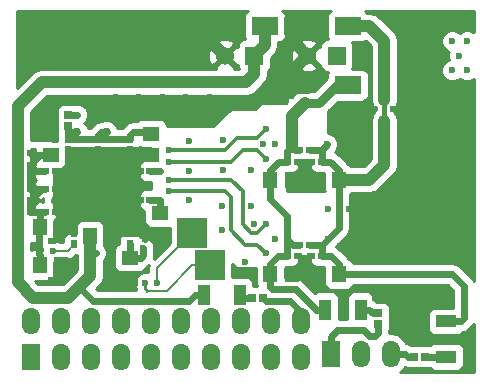
<source format=gbl>
%FSLAX46Y46*%
G04 Gerber Fmt 4.6, Leading zero omitted, Abs format (unit mm)*
G04 Created by KiCad (PCBNEW (2014-10-26 BZR 5226)-product) date Tue 28 Oct 2014 10:56:12 AM EDT*
%MOMM*%
G01*
G04 APERTURE LIST*
%ADD10C,0.100000*%
%ADD11R,1.050000X1.800000*%
%ADD12R,1.524000X1.524000*%
%ADD13C,1.524000*%
%ADD14R,2.300000X1.500000*%
%ADD15R,1.524000X2.286000*%
%ADD16O,1.524000X2.286000*%
%ADD17R,0.650000X0.600000*%
%ADD18R,0.600000X0.650000*%
%ADD19R,1.150000X1.450000*%
%ADD20R,1.450000X1.150000*%
%ADD21R,0.700000X0.650000*%
%ADD22R,0.650000X0.700000*%
%ADD23R,2.500000X2.500000*%
%ADD24R,1.800000X1.050000*%
%ADD25C,0.600000*%
%ADD26C,0.600000*%
%ADD27C,1.000000*%
%ADD28C,0.500000*%
%ADD29C,0.200000*%
%ADD30C,0.250000*%
%ADD31C,0.800000*%
%ADD32C,0.400000*%
%ADD33C,0.300000*%
%ADD34C,0.254000*%
G04 APERTURE END LIST*
D10*
D11*
X165000000Y-92750000D03*
X162000000Y-92750000D03*
D12*
X173249680Y-72500000D03*
D13*
X170750320Y-72500000D03*
D14*
X169850000Y-70000000D03*
X174150000Y-70000000D03*
D15*
X172720000Y-97790000D03*
D16*
X175260000Y-97790000D03*
X177800000Y-97790000D03*
X160020000Y-94996000D03*
X162560000Y-94996000D03*
X165100000Y-94996000D03*
X167640000Y-94996000D03*
X167640000Y-98044000D03*
X165100000Y-98044000D03*
X162560000Y-98044000D03*
X160020000Y-98044000D03*
X170180000Y-98044000D03*
X170180000Y-94996000D03*
X157480000Y-94996000D03*
X157480000Y-98044000D03*
D15*
X147320000Y-98044000D03*
D16*
X149860000Y-98044000D03*
X152400000Y-98044000D03*
X154940000Y-98044000D03*
X154940000Y-94996000D03*
X152400000Y-94996000D03*
X149860000Y-94996000D03*
X147320000Y-94996000D03*
D12*
X166249680Y-72500000D03*
D13*
X163750320Y-72500000D03*
D17*
X148550000Y-85750000D03*
X149450000Y-85750000D03*
X148550000Y-83750000D03*
X149450000Y-83750000D03*
X148550000Y-82250000D03*
X149450000Y-82250000D03*
D18*
X150500000Y-79550000D03*
X150500000Y-80450000D03*
X153000000Y-79550000D03*
X153000000Y-80450000D03*
X155750000Y-79550000D03*
X155750000Y-80450000D03*
D17*
X157450000Y-82250000D03*
X156550000Y-82250000D03*
D18*
X151000000Y-88450000D03*
X151000000Y-87550000D03*
D17*
X157450000Y-84750000D03*
X156550000Y-84750000D03*
D18*
X155750000Y-88450000D03*
X155750000Y-87550000D03*
D19*
X148100000Y-87000000D03*
X149900000Y-87000000D03*
D20*
X149000000Y-80900000D03*
X149000000Y-79100000D03*
X155750000Y-89600000D03*
X155750000Y-91400000D03*
X157500000Y-79100000D03*
X157500000Y-80900000D03*
D19*
X152350000Y-87750000D03*
X154150000Y-87750000D03*
D20*
X158250000Y-85850000D03*
X158250000Y-87650000D03*
D19*
X148100000Y-90250000D03*
X149900000Y-90250000D03*
D17*
X170050000Y-80500000D03*
X170950000Y-80500000D03*
X169050000Y-81500000D03*
X169950000Y-81500000D03*
X171050000Y-81500000D03*
X171950000Y-81500000D03*
D19*
X167600000Y-83000000D03*
X169400000Y-83000000D03*
D17*
X170050000Y-88500000D03*
X170950000Y-88500000D03*
X169050000Y-89500000D03*
X169950000Y-89500000D03*
X171050000Y-89500000D03*
X171950000Y-89500000D03*
D19*
X167600000Y-91000000D03*
X169400000Y-91000000D03*
D21*
X150500000Y-78450000D03*
X150500000Y-77550000D03*
X176750000Y-94300000D03*
X176750000Y-95200000D03*
D22*
X180700000Y-98000000D03*
X179800000Y-98000000D03*
X166050000Y-93000000D03*
X166950000Y-93000000D03*
D23*
X161000000Y-87500000D03*
X162500000Y-90250000D03*
D19*
X171600000Y-83000000D03*
X173400000Y-83000000D03*
X171600000Y-91000000D03*
X173400000Y-91000000D03*
D14*
X167150000Y-70000000D03*
X162850000Y-70000000D03*
X174150000Y-75000000D03*
X169850000Y-75000000D03*
D11*
X175250000Y-94000000D03*
X172250000Y-94000000D03*
D24*
X182500000Y-98000000D03*
X182500000Y-95000000D03*
D25*
X163600000Y-79600000D03*
X167000000Y-80000000D03*
X179000000Y-71000000D03*
X181000000Y-71000000D03*
X181000000Y-70000000D03*
X179000000Y-70000000D03*
X155000000Y-69500000D03*
X152500000Y-69500000D03*
X184000000Y-77500000D03*
X184000000Y-79000000D03*
X184000000Y-80500000D03*
X184000000Y-82000000D03*
X184000000Y-83500000D03*
X184000000Y-85000000D03*
X184000000Y-86500000D03*
X184000000Y-88000000D03*
X184000000Y-89500000D03*
X165500000Y-91000000D03*
X165500000Y-90000000D03*
X149000000Y-88200000D03*
X170500000Y-83750000D03*
X151000000Y-84000000D03*
X153000000Y-82000000D03*
X148000000Y-79000000D03*
X163500000Y-87250000D03*
X166250000Y-86750000D03*
X182500000Y-93000000D03*
X181000000Y-93000000D03*
X179500000Y-93000000D03*
X178000000Y-93000000D03*
X176500000Y-93000000D03*
X182500000Y-77000000D03*
X181000000Y-77000000D03*
X179500000Y-77000000D03*
X178000000Y-77000000D03*
X176500000Y-77000000D03*
X182500000Y-85000000D03*
X181000000Y-85000000D03*
X179500000Y-85000000D03*
X178000000Y-85000000D03*
X176500000Y-85000000D03*
X151000000Y-82000000D03*
X155000000Y-82000000D03*
X153000000Y-84000000D03*
X151000000Y-86000000D03*
X153000000Y-86000000D03*
X155000000Y-86000000D03*
X155000000Y-84000000D03*
X152000000Y-83000000D03*
X154000000Y-83000000D03*
X152000000Y-85000000D03*
X154000000Y-85000000D03*
X157000000Y-88000000D03*
X170500000Y-91400000D03*
X172500000Y-85500000D03*
X174250000Y-85500000D03*
X172750000Y-77500000D03*
X174000000Y-77500000D03*
X175250000Y-77500000D03*
X150250000Y-69500000D03*
X157750000Y-69500000D03*
X149000000Y-91500000D03*
X162500000Y-78000000D03*
X160500000Y-78000000D03*
X162500000Y-76000000D03*
X154500000Y-76000000D03*
X156500000Y-76000000D03*
X158500000Y-76000000D03*
X160500000Y-76000000D03*
X153750000Y-77500000D03*
X152850021Y-89225114D03*
X149200000Y-89000000D03*
X151250000Y-77500000D03*
X183000000Y-71250000D03*
X184250000Y-71250000D03*
X183600000Y-72500000D03*
X183000000Y-73750000D03*
X184250000Y-73750000D03*
X156854438Y-88808537D03*
X158000000Y-91750000D03*
X157000000Y-91750000D03*
X169400000Y-80200000D03*
X169400000Y-80200000D03*
X169250000Y-88250000D03*
X172400000Y-80000000D03*
X172500000Y-88000000D03*
X159000000Y-84000000D03*
X167250000Y-89250000D03*
X159000000Y-83000000D03*
X167250000Y-86750000D03*
X159000000Y-81500000D03*
X167250000Y-81250000D03*
X167250000Y-81250000D03*
X159000000Y-80500000D03*
X167250000Y-78750000D03*
X167250000Y-78750000D03*
X166000000Y-82200000D03*
X163600000Y-82200000D03*
X158250000Y-82250000D03*
X153760729Y-78899998D03*
X151250000Y-78899998D03*
X148000000Y-89250000D03*
X158250000Y-84750000D03*
X163500000Y-85250000D03*
X156500000Y-79000000D03*
X147750000Y-81250000D03*
X147250000Y-81750000D03*
X147250000Y-82750000D03*
X147250000Y-83750000D03*
X147750000Y-84250000D03*
X147250000Y-84750000D03*
X147250000Y-85750000D03*
X147250000Y-80750000D03*
X160700000Y-82248955D03*
X160750000Y-84750000D03*
X160750000Y-79750000D03*
X168000000Y-79999151D03*
X168000000Y-88000846D03*
X166000000Y-85250000D03*
D26*
X149450000Y-82250000D02*
X150750000Y-82250000D01*
X150750000Y-82250000D02*
X151000000Y-82000000D01*
D27*
X170750320Y-72500000D02*
X169850000Y-73400320D01*
X169850000Y-73400320D02*
X169850000Y-75000000D01*
X169850000Y-70000000D02*
X169850000Y-71599680D01*
X169850000Y-71599680D02*
X170750320Y-72500000D01*
X162850000Y-70000000D02*
X162850000Y-71599680D01*
X162850000Y-71599680D02*
X163750320Y-72500000D01*
D28*
X149400000Y-88200000D02*
X149900000Y-87700000D01*
X149900000Y-87700000D02*
X149900000Y-87000000D01*
X149000000Y-88200000D02*
X149400000Y-88200000D01*
D26*
X170500000Y-81500000D02*
X170500000Y-83000000D01*
X170500000Y-83000000D02*
X170500000Y-83750000D01*
X149450000Y-83750000D02*
X150750000Y-83750000D01*
X150750000Y-83750000D02*
X151000000Y-84000000D01*
X155750000Y-80450000D02*
X155750000Y-81250000D01*
X155750000Y-81250000D02*
X155000000Y-82000000D01*
X153000000Y-80450000D02*
X153000000Y-82000000D01*
X149000000Y-79100000D02*
X148100000Y-79100000D01*
X148100000Y-79100000D02*
X148000000Y-79000000D01*
X156550000Y-82250000D02*
X155250000Y-82250000D01*
X155250000Y-82250000D02*
X155000000Y-82000000D01*
X156550000Y-84750000D02*
X155750000Y-84750000D01*
X155750000Y-84750000D02*
X155000000Y-84000000D01*
X156650000Y-87650000D02*
X156550000Y-87550000D01*
X156550000Y-87550000D02*
X155750000Y-87550000D01*
X158250000Y-87650000D02*
X156650000Y-87650000D01*
X158250000Y-87650000D02*
X157350000Y-87650000D01*
X157350000Y-87650000D02*
X157000000Y-88000000D01*
X155750000Y-87550000D02*
X154350000Y-87550000D01*
X154350000Y-87550000D02*
X154150000Y-87750000D01*
X154500000Y-86000000D02*
X154150000Y-86350000D01*
X154150000Y-86350000D02*
X154150000Y-87750000D01*
X155000000Y-86000000D02*
X154500000Y-86000000D01*
X149900000Y-87000000D02*
X150954187Y-87000000D01*
X151000000Y-86000000D02*
X151000000Y-87550000D01*
X149450000Y-85750000D02*
X150750000Y-85750000D01*
X150750000Y-85750000D02*
X151000000Y-86000000D01*
X149450000Y-83750000D02*
X149450000Y-85750000D01*
X149450000Y-82250000D02*
X149450000Y-83750000D01*
X150500000Y-81750000D02*
X150000000Y-82250000D01*
X150000000Y-82250000D02*
X149450000Y-82250000D01*
X150500000Y-80450000D02*
X150500000Y-81750000D01*
X153000000Y-80450000D02*
X150500000Y-80450000D01*
X155750000Y-80450000D02*
X153000000Y-80450000D01*
X156650000Y-80900000D02*
X156200000Y-80450000D01*
X156200000Y-80450000D02*
X155750000Y-80450000D01*
X157500000Y-80900000D02*
X156650000Y-80900000D01*
X169950000Y-81500000D02*
X170500000Y-81500000D01*
X170500000Y-81500000D02*
X171050000Y-81500000D01*
X169400000Y-83000000D02*
X170500000Y-83000000D01*
X170500000Y-83000000D02*
X171600000Y-83000000D01*
D29*
X170100000Y-91000000D02*
X170500000Y-91400000D01*
X169400000Y-91000000D02*
X170100000Y-91000000D01*
X170900000Y-91000000D02*
X170500000Y-91400000D01*
X171600000Y-91000000D02*
X170900000Y-91000000D01*
X169950000Y-89500000D02*
X170500000Y-90050000D01*
X170500000Y-90050000D02*
X170500000Y-91400000D01*
X171050000Y-89500000D02*
X170500000Y-90050000D01*
D26*
X149900000Y-90250000D02*
X149900000Y-91100000D01*
X149900000Y-91100000D02*
X149500000Y-91500000D01*
X149500000Y-91500000D02*
X149000000Y-91500000D01*
D27*
X167150000Y-70000000D02*
X167150000Y-71599680D01*
X167150000Y-71599680D02*
X166249680Y-72500000D01*
X152350000Y-87750000D02*
X152350000Y-89237173D01*
D26*
X152850021Y-89225114D02*
X152362059Y-89225114D01*
X152362059Y-89225114D02*
X152350000Y-89237173D01*
X153750000Y-93250000D02*
X160750000Y-93250000D01*
X161250000Y-92750000D02*
X160750000Y-93250000D01*
X162000000Y-92750000D02*
X161250000Y-92750000D01*
D27*
X152350000Y-91150000D02*
X152350000Y-89237173D01*
X147500000Y-93000000D02*
X150500000Y-93000000D01*
X146200000Y-91700000D02*
X147500000Y-93000000D01*
X146200000Y-76800000D02*
X146200000Y-91700000D01*
X148250000Y-74750000D02*
X146200000Y-76800000D01*
X165550000Y-74750000D02*
X148250000Y-74750000D01*
X166249680Y-74050320D02*
X165550000Y-74750000D01*
X166249680Y-72500000D02*
X166249680Y-74050320D01*
D26*
X153750000Y-93250000D02*
X152758694Y-93250000D01*
X152758694Y-93250000D02*
X152598674Y-93250000D01*
X152598674Y-93250000D02*
X151431957Y-92083283D01*
D27*
X151416717Y-92083283D02*
X152350000Y-91150000D01*
X150500000Y-93000000D02*
X151416717Y-92083283D01*
D26*
X156854438Y-89395562D02*
X156650000Y-89600000D01*
X156650000Y-89600000D02*
X155750000Y-89600000D01*
X156854438Y-88808537D02*
X156854438Y-89395562D01*
X155750000Y-89600000D02*
X155750000Y-88450000D01*
D29*
X149200000Y-89000000D02*
X150450000Y-89000000D01*
X150450000Y-89000000D02*
X151000000Y-88450000D01*
D26*
X150500000Y-77550000D02*
X151200000Y-77550000D01*
X151200000Y-77550000D02*
X151250000Y-77500000D01*
X176500000Y-96250000D02*
X176750000Y-96000000D01*
X176750000Y-96000000D02*
X176750000Y-95200000D01*
X176000000Y-96250000D02*
X176500000Y-96250000D01*
X175500000Y-95750000D02*
X176000000Y-96250000D01*
X173250000Y-95750000D02*
X175500000Y-95750000D01*
X172720000Y-96280000D02*
X173250000Y-95750000D01*
X172720000Y-97790000D02*
X172720000Y-96280000D01*
D29*
X158000000Y-90500000D02*
X158000000Y-91750000D01*
X161000000Y-87500000D02*
X158000000Y-90500000D01*
X161000000Y-90250000D02*
X158850000Y-92400000D01*
X158850000Y-92400000D02*
X157200000Y-92400000D01*
X162500000Y-90250000D02*
X161000000Y-90250000D01*
D30*
X157000000Y-91750000D02*
X157000000Y-92200000D01*
X157000000Y-92200000D02*
X157200000Y-92400000D01*
D31*
X171750000Y-76500000D02*
X173250000Y-75000000D01*
X173250000Y-75000000D02*
X174150000Y-75000000D01*
X170500000Y-76500000D02*
X171750000Y-76500000D01*
D27*
X169400000Y-77600000D02*
X170500000Y-76500000D01*
X169400000Y-80200000D02*
X169400000Y-77600000D01*
D26*
X169750000Y-92250000D02*
X171500000Y-94000000D01*
X171500000Y-94000000D02*
X172250000Y-94000000D01*
X167750000Y-92250000D02*
X169750000Y-92250000D01*
X167750000Y-92250000D02*
X167600000Y-92100000D01*
X167600000Y-83000000D02*
X167600000Y-82200000D01*
X168300000Y-81500000D02*
X169050000Y-81500000D01*
X167600000Y-82200000D02*
X168300000Y-81500000D01*
X169050000Y-80550000D02*
X169400000Y-80200000D01*
X169050000Y-81500000D02*
X169050000Y-80550000D01*
X169700000Y-80500000D02*
X169400000Y-80200000D01*
X170050000Y-80500000D02*
X169700000Y-80500000D01*
X167600000Y-91000000D02*
X167600000Y-90150000D01*
X168250000Y-89500000D02*
X169050000Y-89500000D01*
X167600000Y-90150000D02*
X168250000Y-89500000D01*
X169050000Y-88450000D02*
X169250000Y-88250000D01*
X169050000Y-89500000D02*
X169050000Y-88450000D01*
X169500000Y-88500000D02*
X169250000Y-88250000D01*
X170050000Y-88500000D02*
X169500000Y-88500000D01*
X169050000Y-88450000D02*
X169050000Y-86050000D01*
X167600000Y-84600000D02*
X167600000Y-83000000D01*
X169050000Y-86050000D02*
X167600000Y-84600000D01*
X167600000Y-92100000D02*
X167600000Y-91000000D01*
D27*
X177250000Y-81750000D02*
X176000000Y-83000000D01*
X176000000Y-83000000D02*
X173400000Y-83000000D01*
X177250000Y-78000000D02*
X177250000Y-81750000D01*
D32*
X177250000Y-77500000D02*
X177250000Y-78000000D01*
X177250000Y-76250000D02*
X177250000Y-77500000D01*
D27*
X177250000Y-71250000D02*
X177250000Y-76250000D01*
X176000000Y-70000000D02*
X177250000Y-71250000D01*
X174150000Y-70000000D02*
X176000000Y-70000000D01*
D26*
X184000000Y-94750000D02*
X183750000Y-95000000D01*
X183750000Y-95000000D02*
X182500000Y-95000000D01*
X184000000Y-92000000D02*
X184000000Y-94750000D01*
X183000000Y-91000000D02*
X184000000Y-92000000D01*
X173400000Y-91000000D02*
X183000000Y-91000000D01*
X173400000Y-83000000D02*
X173400000Y-82200000D01*
X172700000Y-81500000D02*
X171950000Y-81500000D01*
X173400000Y-82200000D02*
X172700000Y-81500000D01*
X171950000Y-80450000D02*
X172400000Y-80000000D01*
X171950000Y-81500000D02*
X171950000Y-80450000D01*
X171900000Y-80500000D02*
X171950000Y-80450000D01*
X170950000Y-80500000D02*
X171900000Y-80500000D01*
X173400000Y-91000000D02*
X173400000Y-90150000D01*
X172750000Y-89500000D02*
X171950000Y-89500000D01*
X173400000Y-90150000D02*
X172750000Y-89500000D01*
X171950000Y-88550000D02*
X172500000Y-88000000D01*
X171950000Y-89500000D02*
X171950000Y-88550000D01*
X171900000Y-88500000D02*
X171950000Y-88550000D01*
X170950000Y-88500000D02*
X171900000Y-88500000D01*
X173400000Y-87100000D02*
X173400000Y-83000000D01*
X172500000Y-88000000D02*
X173400000Y-87100000D01*
X179040000Y-97790000D02*
X179250000Y-98000000D01*
X179250000Y-98000000D02*
X179800000Y-98000000D01*
X177800000Y-97790000D02*
X179040000Y-97790000D01*
X169250000Y-93250000D02*
X170180000Y-94180000D01*
X170180000Y-94180000D02*
X170180000Y-95250000D01*
X167200000Y-93250000D02*
X169250000Y-93250000D01*
X166950000Y-93000000D02*
X167200000Y-93250000D01*
D33*
X165500000Y-88500000D02*
X166500000Y-88500000D01*
X164250000Y-87250000D02*
X165500000Y-88500000D01*
X164250000Y-84500000D02*
X164250000Y-87250000D01*
X163750000Y-84000000D02*
X164250000Y-84500000D01*
X159750000Y-84000000D02*
X159000000Y-84000000D01*
X166500000Y-88500000D02*
X167250000Y-89250000D01*
X163750000Y-84000000D02*
X159750000Y-84000000D01*
X166000000Y-87500000D02*
X166500000Y-87500000D01*
X165250000Y-86750000D02*
X166000000Y-87500000D01*
X165250000Y-84000000D02*
X165250000Y-86750000D01*
X164250000Y-83000000D02*
X165250000Y-84000000D01*
X159750000Y-83000000D02*
X159000000Y-83000000D01*
X166500000Y-87500000D02*
X167250000Y-86750000D01*
X164250000Y-83000000D02*
X159750000Y-83000000D01*
X164250000Y-81500000D02*
X165250000Y-80500000D01*
X165250000Y-80500000D02*
X166500000Y-80500000D01*
X166500000Y-80500000D02*
X167250000Y-81250000D01*
X164250000Y-81500000D02*
X159000000Y-81500000D01*
X163750000Y-80500000D02*
X164750000Y-79500000D01*
X164750000Y-79500000D02*
X166500000Y-79500000D01*
X166500000Y-79500000D02*
X167250000Y-78750000D01*
X163750000Y-80500000D02*
X159000000Y-80500000D01*
D26*
X176300000Y-94300000D02*
X176000000Y-94000000D01*
X176000000Y-94000000D02*
X175250000Y-94000000D01*
X176750000Y-94300000D02*
X176300000Y-94300000D01*
X180700000Y-98000000D02*
X182500000Y-98000000D01*
X166050000Y-93000000D02*
X165250000Y-93000000D01*
X165250000Y-93000000D02*
X165000000Y-92750000D01*
X158250000Y-82250000D02*
X157450000Y-82250000D01*
X150500000Y-78450000D02*
X150500000Y-79550000D01*
X153000000Y-79550000D02*
X150500000Y-79550000D01*
X155750000Y-79550000D02*
X153000000Y-79550000D01*
X155750000Y-79250000D02*
X156000000Y-79000000D01*
X156000000Y-79000000D02*
X156500000Y-79000000D01*
X155750000Y-79550000D02*
X155750000Y-79250000D01*
X153000000Y-79250000D02*
X153250000Y-79000000D01*
X153250000Y-79000000D02*
X153750000Y-79000000D01*
X153000000Y-79550000D02*
X153000000Y-79250000D01*
X151250000Y-79000000D02*
X150517811Y-79000000D01*
X149000000Y-80900000D02*
X148100000Y-80900000D01*
X148100000Y-80900000D02*
X147750000Y-81250000D01*
X147250000Y-80750000D02*
X147750000Y-81250000D01*
X147750000Y-81250000D02*
X147250000Y-81750000D01*
X147750000Y-84250000D02*
X148250000Y-83750000D01*
X148250000Y-83750000D02*
X148550000Y-83750000D01*
X147250000Y-83750000D02*
X147250000Y-82750000D01*
X147250000Y-84750000D02*
X147250000Y-85750000D01*
X147250000Y-83750000D02*
X147750000Y-84250000D01*
X147250000Y-84750000D02*
X147750000Y-84250000D01*
X148100000Y-87000000D02*
X148100000Y-85939500D01*
X148550000Y-85750000D02*
X147250000Y-85750000D01*
X148000000Y-89250000D02*
X148000000Y-87100000D01*
X148000000Y-87100000D02*
X148100000Y-87000000D01*
X148100000Y-90250000D02*
X148100000Y-89350000D01*
X148100000Y-89350000D02*
X148000000Y-89250000D01*
X158250000Y-84750000D02*
X158250000Y-85850000D01*
X157450000Y-84750000D02*
X158250000Y-84750000D01*
X157400000Y-79000000D02*
X157500000Y-79100000D01*
X156500000Y-79000000D02*
X157400000Y-79000000D01*
X147288137Y-82250000D02*
X147250000Y-82211863D01*
X148550000Y-82250000D02*
X147288137Y-82250000D01*
X147250000Y-82211863D02*
X147250000Y-81750000D01*
X147250000Y-82750000D02*
X147250000Y-82211863D01*
D34*
G36*
X151215000Y-90679867D02*
X150614151Y-91280717D01*
X150029868Y-91865000D01*
X147970132Y-91865000D01*
X147715132Y-91610000D01*
X148801309Y-91610000D01*
X149034698Y-91513327D01*
X149213327Y-91334699D01*
X149310000Y-91101310D01*
X149310000Y-90848691D01*
X149310000Y-89935096D01*
X149385167Y-89935162D01*
X149728943Y-89793117D01*
X149787161Y-89735000D01*
X150450000Y-89735000D01*
X150450000Y-89734999D01*
X150731272Y-89679051D01*
X150969723Y-89519723D01*
X151079446Y-89410000D01*
X151215000Y-89410000D01*
X151215000Y-90679867D01*
X151215000Y-90679867D01*
G37*
X151215000Y-90679867D02*
X150614151Y-91280717D01*
X150029868Y-91865000D01*
X147970132Y-91865000D01*
X147715132Y-91610000D01*
X148801309Y-91610000D01*
X149034698Y-91513327D01*
X149213327Y-91334699D01*
X149310000Y-91101310D01*
X149310000Y-90848691D01*
X149310000Y-89935096D01*
X149385167Y-89935162D01*
X149728943Y-89793117D01*
X149787161Y-89735000D01*
X150450000Y-89735000D01*
X150450000Y-89734999D01*
X150731272Y-89679051D01*
X150969723Y-89519723D01*
X151079446Y-89410000D01*
X151215000Y-89410000D01*
X151215000Y-90679867D01*
G36*
X159115000Y-88345553D02*
X157721016Y-89739537D01*
X157789438Y-89395562D01*
X157789438Y-88809353D01*
X157789438Y-88808537D01*
X157789600Y-88623370D01*
X157718265Y-88450728D01*
X157647555Y-88279594D01*
X157515583Y-88147392D01*
X157384765Y-88016345D01*
X157041237Y-87873699D01*
X156669271Y-87873375D01*
X156638379Y-87886139D01*
X156588327Y-87765302D01*
X156409699Y-87586673D01*
X156176310Y-87490000D01*
X155923691Y-87490000D01*
X155323691Y-87490000D01*
X155090302Y-87586673D01*
X154911673Y-87765301D01*
X154815000Y-87998690D01*
X154815000Y-88251309D01*
X154815000Y-88424665D01*
X154665302Y-88486673D01*
X154486673Y-88665301D01*
X154390000Y-88898690D01*
X154390000Y-89151309D01*
X154390000Y-90301309D01*
X154486673Y-90534698D01*
X154665301Y-90713327D01*
X154898690Y-90810000D01*
X155151309Y-90810000D01*
X156601309Y-90810000D01*
X156834698Y-90713327D01*
X157013327Y-90534699D01*
X157056028Y-90431607D01*
X157311145Y-90261145D01*
X157312851Y-90259438D01*
X157265000Y-90500000D01*
X157265000Y-90847634D01*
X157186799Y-90815162D01*
X156814833Y-90814838D01*
X156471057Y-90956883D01*
X156207808Y-91219673D01*
X156065162Y-91563201D01*
X156064838Y-91935167D01*
X156206883Y-92278943D01*
X156242877Y-92315000D01*
X153750000Y-92315000D01*
X152985964Y-92315000D01*
X152888048Y-92217084D01*
X153152566Y-91952567D01*
X153152566Y-91952566D01*
X153398603Y-91584346D01*
X153484999Y-91150000D01*
X153485000Y-91150000D01*
X153485000Y-89912379D01*
X153511166Y-89886259D01*
X153642213Y-89755441D01*
X153713848Y-89582923D01*
X153784859Y-89411913D01*
X153785021Y-89225114D01*
X153785183Y-89039947D01*
X153713848Y-88867305D01*
X153643138Y-88696171D01*
X153556610Y-88609492D01*
X153560000Y-88601310D01*
X153560000Y-88348691D01*
X153560000Y-86898691D01*
X153463327Y-86665302D01*
X153284699Y-86486673D01*
X153051310Y-86390000D01*
X152798691Y-86390000D01*
X151648691Y-86390000D01*
X151415302Y-86486673D01*
X151236673Y-86665301D01*
X151140000Y-86898690D01*
X151140000Y-87151309D01*
X151140000Y-87490000D01*
X150573691Y-87490000D01*
X150340302Y-87586673D01*
X150161673Y-87765301D01*
X150065000Y-87998690D01*
X150065000Y-88251309D01*
X150065000Y-88265000D01*
X149787419Y-88265000D01*
X149730327Y-88207808D01*
X149386799Y-88065162D01*
X149221479Y-88065017D01*
X149310000Y-87851310D01*
X149310000Y-87598691D01*
X149310000Y-86513025D01*
X149413327Y-86409699D01*
X149510000Y-86176310D01*
X149510000Y-85923691D01*
X149510000Y-85323691D01*
X149413327Y-85090302D01*
X149234699Y-84911673D01*
X149135000Y-84870376D01*
X149135000Y-84629623D01*
X149234698Y-84588327D01*
X149413327Y-84409699D01*
X149510000Y-84176310D01*
X149510000Y-83923691D01*
X149510000Y-83323691D01*
X149413327Y-83090302D01*
X149323025Y-82999999D01*
X149413327Y-82909699D01*
X149510000Y-82676310D01*
X149510000Y-82423691D01*
X149510000Y-82110000D01*
X149851309Y-82110000D01*
X150084698Y-82013327D01*
X150263327Y-81834699D01*
X150360000Y-81601310D01*
X150360000Y-81348691D01*
X150360000Y-80510000D01*
X150926309Y-80510000D01*
X150986664Y-80485000D01*
X152513334Y-80485000D01*
X152573690Y-80510000D01*
X152826309Y-80510000D01*
X153426309Y-80510000D01*
X153486664Y-80485000D01*
X155263334Y-80485000D01*
X155323690Y-80510000D01*
X155576309Y-80510000D01*
X156176309Y-80510000D01*
X156409698Y-80413327D01*
X156552760Y-80270264D01*
X156648690Y-80310000D01*
X156901309Y-80310000D01*
X157492000Y-80310000D01*
X157492000Y-81315000D01*
X157450000Y-81315000D01*
X156998691Y-81315000D01*
X156765302Y-81411673D01*
X156586673Y-81590301D01*
X156490000Y-81823690D01*
X156490000Y-82076309D01*
X156490000Y-82676309D01*
X156586673Y-82909698D01*
X156765301Y-83088327D01*
X156998690Y-83185000D01*
X157251309Y-83185000D01*
X157450000Y-83185000D01*
X157492000Y-83185000D01*
X157492000Y-83815000D01*
X157450000Y-83815000D01*
X156998691Y-83815000D01*
X156765302Y-83911673D01*
X156586673Y-84090301D01*
X156490000Y-84323690D01*
X156490000Y-84576309D01*
X156490000Y-85176309D01*
X156586673Y-85409698D01*
X156765301Y-85588327D01*
X156890000Y-85639979D01*
X156890000Y-86551309D01*
X156986673Y-86784698D01*
X157165301Y-86963327D01*
X157398690Y-87060000D01*
X157651309Y-87060000D01*
X159101309Y-87060000D01*
X159115000Y-87054328D01*
X159115000Y-88345553D01*
X159115000Y-88345553D01*
G37*
X159115000Y-88345553D02*
X157721016Y-89739537D01*
X157789438Y-89395562D01*
X157789438Y-88809353D01*
X157789438Y-88808537D01*
X157789600Y-88623370D01*
X157718265Y-88450728D01*
X157647555Y-88279594D01*
X157515583Y-88147392D01*
X157384765Y-88016345D01*
X157041237Y-87873699D01*
X156669271Y-87873375D01*
X156638379Y-87886139D01*
X156588327Y-87765302D01*
X156409699Y-87586673D01*
X156176310Y-87490000D01*
X155923691Y-87490000D01*
X155323691Y-87490000D01*
X155090302Y-87586673D01*
X154911673Y-87765301D01*
X154815000Y-87998690D01*
X154815000Y-88251309D01*
X154815000Y-88424665D01*
X154665302Y-88486673D01*
X154486673Y-88665301D01*
X154390000Y-88898690D01*
X154390000Y-89151309D01*
X154390000Y-90301309D01*
X154486673Y-90534698D01*
X154665301Y-90713327D01*
X154898690Y-90810000D01*
X155151309Y-90810000D01*
X156601309Y-90810000D01*
X156834698Y-90713327D01*
X157013327Y-90534699D01*
X157056028Y-90431607D01*
X157311145Y-90261145D01*
X157312851Y-90259438D01*
X157265000Y-90500000D01*
X157265000Y-90847634D01*
X157186799Y-90815162D01*
X156814833Y-90814838D01*
X156471057Y-90956883D01*
X156207808Y-91219673D01*
X156065162Y-91563201D01*
X156064838Y-91935167D01*
X156206883Y-92278943D01*
X156242877Y-92315000D01*
X153750000Y-92315000D01*
X152985964Y-92315000D01*
X152888048Y-92217084D01*
X153152566Y-91952567D01*
X153152566Y-91952566D01*
X153398603Y-91584346D01*
X153484999Y-91150000D01*
X153485000Y-91150000D01*
X153485000Y-89912379D01*
X153511166Y-89886259D01*
X153642213Y-89755441D01*
X153713848Y-89582923D01*
X153784859Y-89411913D01*
X153785021Y-89225114D01*
X153785183Y-89039947D01*
X153713848Y-88867305D01*
X153643138Y-88696171D01*
X153556610Y-88609492D01*
X153560000Y-88601310D01*
X153560000Y-88348691D01*
X153560000Y-86898691D01*
X153463327Y-86665302D01*
X153284699Y-86486673D01*
X153051310Y-86390000D01*
X152798691Y-86390000D01*
X151648691Y-86390000D01*
X151415302Y-86486673D01*
X151236673Y-86665301D01*
X151140000Y-86898690D01*
X151140000Y-87151309D01*
X151140000Y-87490000D01*
X150573691Y-87490000D01*
X150340302Y-87586673D01*
X150161673Y-87765301D01*
X150065000Y-87998690D01*
X150065000Y-88251309D01*
X150065000Y-88265000D01*
X149787419Y-88265000D01*
X149730327Y-88207808D01*
X149386799Y-88065162D01*
X149221479Y-88065017D01*
X149310000Y-87851310D01*
X149310000Y-87598691D01*
X149310000Y-86513025D01*
X149413327Y-86409699D01*
X149510000Y-86176310D01*
X149510000Y-85923691D01*
X149510000Y-85323691D01*
X149413327Y-85090302D01*
X149234699Y-84911673D01*
X149135000Y-84870376D01*
X149135000Y-84629623D01*
X149234698Y-84588327D01*
X149413327Y-84409699D01*
X149510000Y-84176310D01*
X149510000Y-83923691D01*
X149510000Y-83323691D01*
X149413327Y-83090302D01*
X149323025Y-82999999D01*
X149413327Y-82909699D01*
X149510000Y-82676310D01*
X149510000Y-82423691D01*
X149510000Y-82110000D01*
X149851309Y-82110000D01*
X150084698Y-82013327D01*
X150263327Y-81834699D01*
X150360000Y-81601310D01*
X150360000Y-81348691D01*
X150360000Y-80510000D01*
X150926309Y-80510000D01*
X150986664Y-80485000D01*
X152513334Y-80485000D01*
X152573690Y-80510000D01*
X152826309Y-80510000D01*
X153426309Y-80510000D01*
X153486664Y-80485000D01*
X155263334Y-80485000D01*
X155323690Y-80510000D01*
X155576309Y-80510000D01*
X156176309Y-80510000D01*
X156409698Y-80413327D01*
X156552760Y-80270264D01*
X156648690Y-80310000D01*
X156901309Y-80310000D01*
X157492000Y-80310000D01*
X157492000Y-81315000D01*
X157450000Y-81315000D01*
X156998691Y-81315000D01*
X156765302Y-81411673D01*
X156586673Y-81590301D01*
X156490000Y-81823690D01*
X156490000Y-82076309D01*
X156490000Y-82676309D01*
X156586673Y-82909698D01*
X156765301Y-83088327D01*
X156998690Y-83185000D01*
X157251309Y-83185000D01*
X157450000Y-83185000D01*
X157492000Y-83185000D01*
X157492000Y-83815000D01*
X157450000Y-83815000D01*
X156998691Y-83815000D01*
X156765302Y-83911673D01*
X156586673Y-84090301D01*
X156490000Y-84323690D01*
X156490000Y-84576309D01*
X156490000Y-85176309D01*
X156586673Y-85409698D01*
X156765301Y-85588327D01*
X156890000Y-85639979D01*
X156890000Y-86551309D01*
X156986673Y-86784698D01*
X157165301Y-86963327D01*
X157398690Y-87060000D01*
X157651309Y-87060000D01*
X159101309Y-87060000D01*
X159115000Y-87054328D01*
X159115000Y-88345553D01*
G36*
X165704696Y-68685000D02*
X165640302Y-68711673D01*
X165461673Y-68890301D01*
X165365000Y-69123690D01*
X165365000Y-69376309D01*
X165365000Y-70876309D01*
X165458898Y-71103000D01*
X165361371Y-71103000D01*
X165127982Y-71199673D01*
X164949353Y-71378301D01*
X164852680Y-71611690D01*
X164852680Y-71734427D01*
X164730533Y-71699392D01*
X164550928Y-71878997D01*
X164550928Y-71519787D01*
X164481463Y-71277603D01*
X163958018Y-71090856D01*
X163402952Y-71118638D01*
X163019177Y-71277603D01*
X162949712Y-71519787D01*
X163750320Y-72320395D01*
X164550928Y-71519787D01*
X164550928Y-71878997D01*
X163929925Y-72500000D01*
X164730533Y-73300608D01*
X164852680Y-73265572D01*
X164852680Y-73388309D01*
X164946578Y-73615000D01*
X164512267Y-73615000D01*
X164550928Y-73480213D01*
X163750320Y-72679605D01*
X163570715Y-72859210D01*
X163570715Y-72500000D01*
X162770107Y-71699392D01*
X162527923Y-71768857D01*
X162341176Y-72292302D01*
X162368958Y-72847368D01*
X162527923Y-73231143D01*
X162770107Y-73300608D01*
X163570715Y-72500000D01*
X163570715Y-72859210D01*
X162949712Y-73480213D01*
X162988372Y-73615000D01*
X148250000Y-73615000D01*
X147815654Y-73701397D01*
X147447434Y-73947434D01*
X146185000Y-75209868D01*
X146185000Y-68685000D01*
X165704696Y-68685000D01*
X165704696Y-68685000D01*
G37*
X165704696Y-68685000D02*
X165640302Y-68711673D01*
X165461673Y-68890301D01*
X165365000Y-69123690D01*
X165365000Y-69376309D01*
X165365000Y-70876309D01*
X165458898Y-71103000D01*
X165361371Y-71103000D01*
X165127982Y-71199673D01*
X164949353Y-71378301D01*
X164852680Y-71611690D01*
X164852680Y-71734427D01*
X164730533Y-71699392D01*
X164550928Y-71878997D01*
X164550928Y-71519787D01*
X164481463Y-71277603D01*
X163958018Y-71090856D01*
X163402952Y-71118638D01*
X163019177Y-71277603D01*
X162949712Y-71519787D01*
X163750320Y-72320395D01*
X164550928Y-71519787D01*
X164550928Y-71878997D01*
X163929925Y-72500000D01*
X164730533Y-73300608D01*
X164852680Y-73265572D01*
X164852680Y-73388309D01*
X164946578Y-73615000D01*
X164512267Y-73615000D01*
X164550928Y-73480213D01*
X163750320Y-72679605D01*
X163570715Y-72859210D01*
X163570715Y-72500000D01*
X162770107Y-71699392D01*
X162527923Y-71768857D01*
X162341176Y-72292302D01*
X162368958Y-72847368D01*
X162527923Y-73231143D01*
X162770107Y-73300608D01*
X163570715Y-72500000D01*
X163570715Y-72859210D01*
X162949712Y-73480213D01*
X162988372Y-73615000D01*
X148250000Y-73615000D01*
X147815654Y-73701397D01*
X147447434Y-73947434D01*
X146185000Y-75209868D01*
X146185000Y-68685000D01*
X165704696Y-68685000D01*
G36*
X166457803Y-92015000D02*
X166248691Y-92015000D01*
X166160000Y-92015000D01*
X166160000Y-91723691D01*
X166063327Y-91490302D01*
X165884699Y-91311673D01*
X165651310Y-91215000D01*
X165398691Y-91215000D01*
X164385000Y-91215000D01*
X164385000Y-90103420D01*
X164789580Y-90508000D01*
X166390000Y-90508000D01*
X166390000Y-91851309D01*
X166457803Y-92015000D01*
X166457803Y-92015000D01*
G37*
X166457803Y-92015000D02*
X166248691Y-92015000D01*
X166160000Y-92015000D01*
X166160000Y-91723691D01*
X166063327Y-91490302D01*
X165884699Y-91311673D01*
X165651310Y-91215000D01*
X165398691Y-91215000D01*
X164385000Y-91215000D01*
X164385000Y-90103420D01*
X164789580Y-90508000D01*
X166390000Y-90508000D01*
X166390000Y-91851309D01*
X166457803Y-92015000D01*
G36*
X172248276Y-83992000D02*
X169008000Y-83992000D01*
X169008000Y-83000000D01*
X169008000Y-82435000D01*
X169050000Y-82435000D01*
X169501309Y-82435000D01*
X169734698Y-82338327D01*
X169913327Y-82159699D01*
X170010000Y-81926310D01*
X170010000Y-81673691D01*
X170010000Y-81435000D01*
X170050000Y-81435000D01*
X170498690Y-81435000D01*
X170501309Y-81435000D01*
X170751309Y-81435000D01*
X170950000Y-81435000D01*
X170990000Y-81435000D01*
X170990000Y-81926309D01*
X171086673Y-82159698D01*
X171265301Y-82338327D01*
X171498690Y-82435000D01*
X171751309Y-82435000D01*
X171950000Y-82435000D01*
X172190000Y-82435000D01*
X172190000Y-83851309D01*
X172248276Y-83992000D01*
X172248276Y-83992000D01*
G37*
X172248276Y-83992000D02*
X169008000Y-83992000D01*
X169008000Y-83000000D01*
X169008000Y-82435000D01*
X169050000Y-82435000D01*
X169501309Y-82435000D01*
X169734698Y-82338327D01*
X169913327Y-82159699D01*
X170010000Y-81926310D01*
X170010000Y-81673691D01*
X170010000Y-81435000D01*
X170050000Y-81435000D01*
X170498690Y-81435000D01*
X170501309Y-81435000D01*
X170751309Y-81435000D01*
X170950000Y-81435000D01*
X170990000Y-81435000D01*
X170990000Y-81926309D01*
X171086673Y-82159698D01*
X171265301Y-82338327D01*
X171498690Y-82435000D01*
X171751309Y-82435000D01*
X171950000Y-82435000D01*
X172190000Y-82435000D01*
X172190000Y-83851309D01*
X172248276Y-83992000D01*
G36*
X172704696Y-68685000D02*
X172640302Y-68711673D01*
X172461673Y-68890301D01*
X172365000Y-69123690D01*
X172365000Y-69376309D01*
X172365000Y-70876309D01*
X172458898Y-71103000D01*
X172361371Y-71103000D01*
X172127982Y-71199673D01*
X171949353Y-71378301D01*
X171852680Y-71611690D01*
X171852680Y-71734427D01*
X171730533Y-71699392D01*
X171550928Y-71878997D01*
X171550928Y-71519787D01*
X171481463Y-71277603D01*
X170958018Y-71090856D01*
X170402952Y-71118638D01*
X170019177Y-71277603D01*
X169949712Y-71519787D01*
X170750320Y-72320395D01*
X171550928Y-71519787D01*
X171550928Y-71878997D01*
X170929925Y-72500000D01*
X171730533Y-73300608D01*
X171852680Y-73265572D01*
X171852680Y-73388309D01*
X171949353Y-73621698D01*
X172127981Y-73800327D01*
X172361370Y-73897000D01*
X172458898Y-73897000D01*
X172365000Y-74123690D01*
X172365000Y-74376309D01*
X172365000Y-74421288D01*
X171550928Y-75235360D01*
X171550928Y-73480213D01*
X170750320Y-72679605D01*
X170570715Y-72859210D01*
X170570715Y-72500000D01*
X169770107Y-71699392D01*
X169527923Y-71768857D01*
X169341176Y-72292302D01*
X169368958Y-72847368D01*
X169527923Y-73231143D01*
X169770107Y-73300608D01*
X170570715Y-72500000D01*
X170570715Y-72859210D01*
X169949712Y-73480213D01*
X170019177Y-73722397D01*
X170542622Y-73909144D01*
X171097688Y-73881362D01*
X171481463Y-73722397D01*
X171550928Y-73480213D01*
X171550928Y-75235360D01*
X171321288Y-75465000D01*
X170954703Y-75465000D01*
X170934345Y-75451397D01*
X170500000Y-75365000D01*
X170065655Y-75451397D01*
X169697434Y-75697434D01*
X169402868Y-75992000D01*
X168992000Y-75992000D01*
X168992000Y-76402868D01*
X168902868Y-76492000D01*
X166789580Y-76492000D01*
X166289580Y-76992000D01*
X164289580Y-76992000D01*
X162789580Y-78492000D01*
X158860000Y-78492000D01*
X158860000Y-78398691D01*
X158763327Y-78165302D01*
X158584699Y-77986673D01*
X158351310Y-77890000D01*
X158098691Y-77890000D01*
X156648691Y-77890000D01*
X156415302Y-77986673D01*
X156337117Y-78064857D01*
X156314833Y-78064838D01*
X156314440Y-78065000D01*
X156000000Y-78065000D01*
X155642191Y-78136173D01*
X155338855Y-78338855D01*
X155088855Y-78588855D01*
X155071385Y-78615000D01*
X154654641Y-78615000D01*
X154553846Y-78371055D01*
X154291056Y-78107806D01*
X153947528Y-77965160D01*
X153575562Y-77964836D01*
X153333146Y-78065000D01*
X153250000Y-78065000D01*
X152892191Y-78136173D01*
X152588855Y-78338855D01*
X152338855Y-78588855D01*
X152321385Y-78615000D01*
X152143912Y-78615000D01*
X152043117Y-78371055D01*
X151872325Y-78199964D01*
X151910854Y-78161435D01*
X151911145Y-78161145D01*
X152042192Y-78030327D01*
X152113827Y-77857809D01*
X152184838Y-77686799D01*
X152185000Y-77500000D01*
X152185162Y-77314833D01*
X152113827Y-77142191D01*
X152043117Y-76971057D01*
X151911145Y-76838855D01*
X151780327Y-76707808D01*
X151436799Y-76565162D01*
X151064833Y-76564838D01*
X150990105Y-76595714D01*
X150976310Y-76590000D01*
X150723691Y-76590000D01*
X150023691Y-76590000D01*
X149790302Y-76686673D01*
X149611673Y-76865301D01*
X149515000Y-77098690D01*
X149515000Y-77351309D01*
X149515000Y-77998690D01*
X149515000Y-78001309D01*
X149515000Y-78251309D01*
X149515000Y-78901309D01*
X149565000Y-79022019D01*
X149565000Y-79098690D01*
X149565000Y-79351309D01*
X149565000Y-79550000D01*
X149565000Y-79690000D01*
X149135000Y-79690000D01*
X149135000Y-79615000D01*
X147335000Y-79615000D01*
X147335000Y-77270132D01*
X148720132Y-75885000D01*
X165550000Y-75885000D01*
X165984345Y-75798603D01*
X165984346Y-75798603D01*
X166352566Y-75552566D01*
X167052246Y-74852886D01*
X167298283Y-74484666D01*
X167298283Y-74484665D01*
X167384680Y-74050320D01*
X167384680Y-73787025D01*
X167550007Y-73621699D01*
X167646680Y-73388310D01*
X167646680Y-73135691D01*
X167646680Y-72708132D01*
X167952566Y-72402246D01*
X168198603Y-72034026D01*
X168198603Y-72034025D01*
X168285000Y-71599680D01*
X168285000Y-71385000D01*
X168426309Y-71385000D01*
X168659698Y-71288327D01*
X168838327Y-71109699D01*
X168935000Y-70876310D01*
X168935000Y-70623691D01*
X168935000Y-69123691D01*
X168838327Y-68890302D01*
X168659699Y-68711673D01*
X168595304Y-68685000D01*
X172704696Y-68685000D01*
X172704696Y-68685000D01*
G37*
X172704696Y-68685000D02*
X172640302Y-68711673D01*
X172461673Y-68890301D01*
X172365000Y-69123690D01*
X172365000Y-69376309D01*
X172365000Y-70876309D01*
X172458898Y-71103000D01*
X172361371Y-71103000D01*
X172127982Y-71199673D01*
X171949353Y-71378301D01*
X171852680Y-71611690D01*
X171852680Y-71734427D01*
X171730533Y-71699392D01*
X171550928Y-71878997D01*
X171550928Y-71519787D01*
X171481463Y-71277603D01*
X170958018Y-71090856D01*
X170402952Y-71118638D01*
X170019177Y-71277603D01*
X169949712Y-71519787D01*
X170750320Y-72320395D01*
X171550928Y-71519787D01*
X171550928Y-71878997D01*
X170929925Y-72500000D01*
X171730533Y-73300608D01*
X171852680Y-73265572D01*
X171852680Y-73388309D01*
X171949353Y-73621698D01*
X172127981Y-73800327D01*
X172361370Y-73897000D01*
X172458898Y-73897000D01*
X172365000Y-74123690D01*
X172365000Y-74376309D01*
X172365000Y-74421288D01*
X171550928Y-75235360D01*
X171550928Y-73480213D01*
X170750320Y-72679605D01*
X170570715Y-72859210D01*
X170570715Y-72500000D01*
X169770107Y-71699392D01*
X169527923Y-71768857D01*
X169341176Y-72292302D01*
X169368958Y-72847368D01*
X169527923Y-73231143D01*
X169770107Y-73300608D01*
X170570715Y-72500000D01*
X170570715Y-72859210D01*
X169949712Y-73480213D01*
X170019177Y-73722397D01*
X170542622Y-73909144D01*
X171097688Y-73881362D01*
X171481463Y-73722397D01*
X171550928Y-73480213D01*
X171550928Y-75235360D01*
X171321288Y-75465000D01*
X170954703Y-75465000D01*
X170934345Y-75451397D01*
X170500000Y-75365000D01*
X170065655Y-75451397D01*
X169697434Y-75697434D01*
X169402868Y-75992000D01*
X168992000Y-75992000D01*
X168992000Y-76402868D01*
X168902868Y-76492000D01*
X166789580Y-76492000D01*
X166289580Y-76992000D01*
X164289580Y-76992000D01*
X162789580Y-78492000D01*
X158860000Y-78492000D01*
X158860000Y-78398691D01*
X158763327Y-78165302D01*
X158584699Y-77986673D01*
X158351310Y-77890000D01*
X158098691Y-77890000D01*
X156648691Y-77890000D01*
X156415302Y-77986673D01*
X156337117Y-78064857D01*
X156314833Y-78064838D01*
X156314440Y-78065000D01*
X156000000Y-78065000D01*
X155642191Y-78136173D01*
X155338855Y-78338855D01*
X155088855Y-78588855D01*
X155071385Y-78615000D01*
X154654641Y-78615000D01*
X154553846Y-78371055D01*
X154291056Y-78107806D01*
X153947528Y-77965160D01*
X153575562Y-77964836D01*
X153333146Y-78065000D01*
X153250000Y-78065000D01*
X152892191Y-78136173D01*
X152588855Y-78338855D01*
X152338855Y-78588855D01*
X152321385Y-78615000D01*
X152143912Y-78615000D01*
X152043117Y-78371055D01*
X151872325Y-78199964D01*
X151910854Y-78161435D01*
X151911145Y-78161145D01*
X152042192Y-78030327D01*
X152113827Y-77857809D01*
X152184838Y-77686799D01*
X152185000Y-77500000D01*
X152185162Y-77314833D01*
X152113827Y-77142191D01*
X152043117Y-76971057D01*
X151911145Y-76838855D01*
X151780327Y-76707808D01*
X151436799Y-76565162D01*
X151064833Y-76564838D01*
X150990105Y-76595714D01*
X150976310Y-76590000D01*
X150723691Y-76590000D01*
X150023691Y-76590000D01*
X149790302Y-76686673D01*
X149611673Y-76865301D01*
X149515000Y-77098690D01*
X149515000Y-77351309D01*
X149515000Y-77998690D01*
X149515000Y-78001309D01*
X149515000Y-78251309D01*
X149515000Y-78901309D01*
X149565000Y-79022019D01*
X149565000Y-79098690D01*
X149565000Y-79351309D01*
X149565000Y-79550000D01*
X149565000Y-79690000D01*
X149135000Y-79690000D01*
X149135000Y-79615000D01*
X147335000Y-79615000D01*
X147335000Y-77270132D01*
X148720132Y-75885000D01*
X165550000Y-75885000D01*
X165984345Y-75798603D01*
X165984346Y-75798603D01*
X166352566Y-75552566D01*
X167052246Y-74852886D01*
X167298283Y-74484666D01*
X167298283Y-74484665D01*
X167384680Y-74050320D01*
X167384680Y-73787025D01*
X167550007Y-73621699D01*
X167646680Y-73388310D01*
X167646680Y-73135691D01*
X167646680Y-72708132D01*
X167952566Y-72402246D01*
X168198603Y-72034026D01*
X168198603Y-72034025D01*
X168285000Y-71599680D01*
X168285000Y-71385000D01*
X168426309Y-71385000D01*
X168659698Y-71288327D01*
X168838327Y-71109699D01*
X168935000Y-70876310D01*
X168935000Y-70623691D01*
X168935000Y-69123691D01*
X168838327Y-68890302D01*
X168659699Y-68711673D01*
X168595304Y-68685000D01*
X172704696Y-68685000D01*
G36*
X175407000Y-97917000D02*
X175387000Y-97917000D01*
X175387000Y-97937000D01*
X175133000Y-97937000D01*
X175133000Y-97917000D01*
X175113000Y-97917000D01*
X175113000Y-97663000D01*
X175133000Y-97663000D01*
X175133000Y-97643000D01*
X175387000Y-97643000D01*
X175387000Y-97663000D01*
X175407000Y-97663000D01*
X175407000Y-97917000D01*
X175407000Y-97917000D01*
G37*
X175407000Y-97917000D02*
X175387000Y-97917000D01*
X175387000Y-97937000D01*
X175133000Y-97937000D01*
X175133000Y-97917000D01*
X175113000Y-97917000D01*
X175113000Y-97663000D01*
X175133000Y-97663000D01*
X175133000Y-97643000D01*
X175387000Y-97643000D01*
X175387000Y-97663000D01*
X175407000Y-97663000D01*
X175407000Y-97917000D01*
G36*
X176415000Y-77245974D02*
X176201397Y-77565654D01*
X176115000Y-78000000D01*
X176115000Y-81279868D01*
X175529868Y-81865000D01*
X174463025Y-81865000D01*
X174334699Y-81736673D01*
X174139219Y-81655702D01*
X174061145Y-81538855D01*
X174061141Y-81538852D01*
X173361145Y-80838855D01*
X173074792Y-80647521D01*
X173192192Y-80530327D01*
X173263827Y-80357809D01*
X173334838Y-80186799D01*
X173335000Y-80000000D01*
X173335162Y-79814833D01*
X173263827Y-79642191D01*
X173193117Y-79471057D01*
X173061145Y-79338855D01*
X172930327Y-79207808D01*
X172586799Y-79065162D01*
X172508000Y-79065093D01*
X172508000Y-77205711D01*
X173328711Y-76385000D01*
X175426309Y-76385000D01*
X175659698Y-76288327D01*
X175838327Y-76109699D01*
X175935000Y-75876310D01*
X175935000Y-75623691D01*
X175935000Y-74123691D01*
X175838327Y-73890302D01*
X175659699Y-73711673D01*
X175426310Y-73615000D01*
X175173691Y-73615000D01*
X174552781Y-73615000D01*
X174646680Y-73388310D01*
X174646680Y-73135691D01*
X174646680Y-71611691D01*
X174552781Y-71385000D01*
X175426309Y-71385000D01*
X175659698Y-71288327D01*
X175671446Y-71276578D01*
X176115000Y-71720132D01*
X176115000Y-76250000D01*
X176201397Y-76684346D01*
X176415000Y-77004025D01*
X176415000Y-77245974D01*
X176415000Y-77245974D01*
G37*
X176415000Y-77245974D02*
X176201397Y-77565654D01*
X176115000Y-78000000D01*
X176115000Y-81279868D01*
X175529868Y-81865000D01*
X174463025Y-81865000D01*
X174334699Y-81736673D01*
X174139219Y-81655702D01*
X174061145Y-81538855D01*
X174061141Y-81538852D01*
X173361145Y-80838855D01*
X173074792Y-80647521D01*
X173192192Y-80530327D01*
X173263827Y-80357809D01*
X173334838Y-80186799D01*
X173335000Y-80000000D01*
X173335162Y-79814833D01*
X173263827Y-79642191D01*
X173193117Y-79471057D01*
X173061145Y-79338855D01*
X172930327Y-79207808D01*
X172586799Y-79065162D01*
X172508000Y-79065093D01*
X172508000Y-77205711D01*
X173328711Y-76385000D01*
X175426309Y-76385000D01*
X175659698Y-76288327D01*
X175838327Y-76109699D01*
X175935000Y-75876310D01*
X175935000Y-75623691D01*
X175935000Y-74123691D01*
X175838327Y-73890302D01*
X175659699Y-73711673D01*
X175426310Y-73615000D01*
X175173691Y-73615000D01*
X174552781Y-73615000D01*
X174646680Y-73388310D01*
X174646680Y-73135691D01*
X174646680Y-71611691D01*
X174552781Y-71385000D01*
X175426309Y-71385000D01*
X175659698Y-71288327D01*
X175671446Y-71276578D01*
X176115000Y-71720132D01*
X176115000Y-76250000D01*
X176201397Y-76684346D01*
X176415000Y-77004025D01*
X176415000Y-77245974D01*
G36*
X184815000Y-91569116D02*
X184661145Y-91338855D01*
X183661145Y-90338855D01*
X183357809Y-90136173D01*
X183000000Y-90065000D01*
X174575334Y-90065000D01*
X174513327Y-89915302D01*
X174334699Y-89736673D01*
X174185413Y-89674836D01*
X174061145Y-89488855D01*
X173411145Y-88838855D01*
X173154751Y-88667538D01*
X173160854Y-88661435D01*
X173161145Y-88661145D01*
X173292192Y-88530327D01*
X173292354Y-88529935D01*
X174061145Y-87761145D01*
X174263827Y-87457809D01*
X174335000Y-87100000D01*
X174335000Y-84263025D01*
X174463025Y-84135000D01*
X176000000Y-84135000D01*
X176434345Y-84048603D01*
X176434346Y-84048603D01*
X176802566Y-83802566D01*
X178052566Y-82552566D01*
X178298603Y-82184346D01*
X178298603Y-82184345D01*
X178385000Y-81750000D01*
X178385000Y-78000000D01*
X178298603Y-77565654D01*
X178085000Y-77245974D01*
X178085000Y-77004025D01*
X178298603Y-76684346D01*
X178385000Y-76250000D01*
X178385000Y-71250000D01*
X178298603Y-70815655D01*
X178298603Y-70815654D01*
X178052566Y-70447434D01*
X176802566Y-69197434D01*
X176434346Y-68951397D01*
X176000000Y-68865000D01*
X175813025Y-68865000D01*
X175659699Y-68711673D01*
X175595304Y-68685000D01*
X184815000Y-68685000D01*
X184815000Y-70492541D01*
X184780327Y-70457808D01*
X184436799Y-70315162D01*
X184064833Y-70314838D01*
X183721057Y-70456883D01*
X183625063Y-70552709D01*
X183530327Y-70457808D01*
X183186799Y-70315162D01*
X182814833Y-70314838D01*
X182471057Y-70456883D01*
X182207808Y-70719673D01*
X182065162Y-71063201D01*
X182064838Y-71435167D01*
X182206883Y-71778943D01*
X182469673Y-72042192D01*
X182732395Y-72151284D01*
X182665162Y-72313201D01*
X182664838Y-72685167D01*
X182732477Y-72848866D01*
X182471057Y-72956883D01*
X182207808Y-73219673D01*
X182065162Y-73563201D01*
X182064838Y-73935167D01*
X182206883Y-74278943D01*
X182469673Y-74542192D01*
X182813201Y-74684838D01*
X183185167Y-74685162D01*
X183528943Y-74543117D01*
X183624936Y-74447290D01*
X183719673Y-74542192D01*
X184063201Y-74684838D01*
X184435167Y-74685162D01*
X184778943Y-74543117D01*
X184815000Y-74507122D01*
X184815000Y-91569116D01*
X184815000Y-91569116D01*
G37*
X184815000Y-91569116D02*
X184661145Y-91338855D01*
X183661145Y-90338855D01*
X183357809Y-90136173D01*
X183000000Y-90065000D01*
X174575334Y-90065000D01*
X174513327Y-89915302D01*
X174334699Y-89736673D01*
X174185413Y-89674836D01*
X174061145Y-89488855D01*
X173411145Y-88838855D01*
X173154751Y-88667538D01*
X173160854Y-88661435D01*
X173161145Y-88661145D01*
X173292192Y-88530327D01*
X173292354Y-88529935D01*
X174061145Y-87761145D01*
X174263827Y-87457809D01*
X174335000Y-87100000D01*
X174335000Y-84263025D01*
X174463025Y-84135000D01*
X176000000Y-84135000D01*
X176434345Y-84048603D01*
X176434346Y-84048603D01*
X176802566Y-83802566D01*
X178052566Y-82552566D01*
X178298603Y-82184346D01*
X178298603Y-82184345D01*
X178385000Y-81750000D01*
X178385000Y-78000000D01*
X178298603Y-77565654D01*
X178085000Y-77245974D01*
X178085000Y-77004025D01*
X178298603Y-76684346D01*
X178385000Y-76250000D01*
X178385000Y-71250000D01*
X178298603Y-70815655D01*
X178298603Y-70815654D01*
X178052566Y-70447434D01*
X176802566Y-69197434D01*
X176434346Y-68951397D01*
X176000000Y-68865000D01*
X175813025Y-68865000D01*
X175659699Y-68711673D01*
X175595304Y-68685000D01*
X184815000Y-68685000D01*
X184815000Y-70492541D01*
X184780327Y-70457808D01*
X184436799Y-70315162D01*
X184064833Y-70314838D01*
X183721057Y-70456883D01*
X183625063Y-70552709D01*
X183530327Y-70457808D01*
X183186799Y-70315162D01*
X182814833Y-70314838D01*
X182471057Y-70456883D01*
X182207808Y-70719673D01*
X182065162Y-71063201D01*
X182064838Y-71435167D01*
X182206883Y-71778943D01*
X182469673Y-72042192D01*
X182732395Y-72151284D01*
X182665162Y-72313201D01*
X182664838Y-72685167D01*
X182732477Y-72848866D01*
X182471057Y-72956883D01*
X182207808Y-73219673D01*
X182065162Y-73563201D01*
X182064838Y-73935167D01*
X182206883Y-74278943D01*
X182469673Y-74542192D01*
X182813201Y-74684838D01*
X183185167Y-74685162D01*
X183528943Y-74543117D01*
X183624936Y-74447290D01*
X183719673Y-74542192D01*
X184063201Y-74684838D01*
X184435167Y-74685162D01*
X184778943Y-74543117D01*
X184815000Y-74507122D01*
X184815000Y-91569116D01*
G36*
X184815000Y-99315000D02*
X178606231Y-99315000D01*
X178787828Y-99193661D01*
X178994604Y-98884198D01*
X179207634Y-98926573D01*
X179348690Y-98985000D01*
X179601309Y-98985000D01*
X180248690Y-98985000D01*
X180251309Y-98985000D01*
X180501309Y-98985000D01*
X181151309Y-98985000D01*
X181158850Y-98981876D01*
X181240301Y-99063327D01*
X181473690Y-99160000D01*
X181726309Y-99160000D01*
X183526309Y-99160000D01*
X183759698Y-99063327D01*
X183938327Y-98884699D01*
X184035000Y-98651310D01*
X184035000Y-98398691D01*
X184035000Y-97348691D01*
X183938327Y-97115302D01*
X183759699Y-96936673D01*
X183526310Y-96840000D01*
X183273691Y-96840000D01*
X181473691Y-96840000D01*
X181240302Y-96936673D01*
X181158850Y-97018123D01*
X181151310Y-97015000D01*
X180898691Y-97015000D01*
X180251310Y-97015000D01*
X180248691Y-97015000D01*
X179998691Y-97015000D01*
X179530748Y-97015000D01*
X179397809Y-96926173D01*
X179095945Y-96866128D01*
X179090660Y-96839558D01*
X178787828Y-96386339D01*
X178334609Y-96083507D01*
X177800000Y-95977167D01*
X177684991Y-96000043D01*
X177685000Y-96000000D01*
X177685000Y-95772020D01*
X177735000Y-95651310D01*
X177735000Y-95398691D01*
X177735000Y-94751310D01*
X177735000Y-94748691D01*
X177735000Y-94498691D01*
X177735000Y-93848691D01*
X177638327Y-93615302D01*
X177459699Y-93436673D01*
X177226310Y-93340000D01*
X176973691Y-93340000D01*
X176662290Y-93340000D01*
X176661145Y-93338855D01*
X176410000Y-93171045D01*
X176410000Y-92973691D01*
X176313327Y-92740302D01*
X176134699Y-92561673D01*
X175901310Y-92465000D01*
X175648691Y-92465000D01*
X174598691Y-92465000D01*
X174365302Y-92561673D01*
X174186673Y-92740301D01*
X174090000Y-92973690D01*
X174090000Y-93226309D01*
X174090000Y-94815000D01*
X173410000Y-94815000D01*
X173410000Y-94773691D01*
X173410000Y-92973691D01*
X173313327Y-92740302D01*
X173134699Y-92561673D01*
X172901310Y-92465000D01*
X172648691Y-92465000D01*
X171598691Y-92465000D01*
X171378497Y-92556207D01*
X170411145Y-91588855D01*
X170107809Y-91386173D01*
X169750000Y-91315000D01*
X168810000Y-91315000D01*
X168810000Y-90508000D01*
X169008000Y-90508000D01*
X169008000Y-90435000D01*
X169050000Y-90435000D01*
X169501309Y-90435000D01*
X169734698Y-90338327D01*
X169913327Y-90159699D01*
X170010000Y-89926310D01*
X170010000Y-89673691D01*
X170010000Y-89435000D01*
X170050000Y-89435000D01*
X170498690Y-89435000D01*
X170501309Y-89435000D01*
X170751309Y-89435000D01*
X170950000Y-89435000D01*
X170990000Y-89435000D01*
X170990000Y-89926309D01*
X171086673Y-90159698D01*
X171265301Y-90338327D01*
X171498690Y-90435000D01*
X171751309Y-90435000D01*
X171950000Y-90435000D01*
X172190000Y-90435000D01*
X172190000Y-91851309D01*
X172286673Y-92084698D01*
X172465301Y-92263327D01*
X172698690Y-92360000D01*
X172951309Y-92360000D01*
X174101309Y-92360000D01*
X174334698Y-92263327D01*
X174513327Y-92084699D01*
X174575334Y-91935000D01*
X182612710Y-91935000D01*
X183065000Y-92387290D01*
X183065000Y-93840000D01*
X181473691Y-93840000D01*
X181240302Y-93936673D01*
X181061673Y-94115301D01*
X180965000Y-94348690D01*
X180965000Y-94601309D01*
X180965000Y-95651309D01*
X181061673Y-95884698D01*
X181240301Y-96063327D01*
X181473690Y-96160000D01*
X181726309Y-96160000D01*
X183526309Y-96160000D01*
X183759698Y-96063327D01*
X183922298Y-95900727D01*
X184107809Y-95863827D01*
X184411145Y-95661145D01*
X184661145Y-95411145D01*
X184815000Y-95180883D01*
X184815000Y-99315000D01*
X184815000Y-99315000D01*
G37*
X184815000Y-99315000D02*
X178606231Y-99315000D01*
X178787828Y-99193661D01*
X178994604Y-98884198D01*
X179207634Y-98926573D01*
X179348690Y-98985000D01*
X179601309Y-98985000D01*
X180248690Y-98985000D01*
X180251309Y-98985000D01*
X180501309Y-98985000D01*
X181151309Y-98985000D01*
X181158850Y-98981876D01*
X181240301Y-99063327D01*
X181473690Y-99160000D01*
X181726309Y-99160000D01*
X183526309Y-99160000D01*
X183759698Y-99063327D01*
X183938327Y-98884699D01*
X184035000Y-98651310D01*
X184035000Y-98398691D01*
X184035000Y-97348691D01*
X183938327Y-97115302D01*
X183759699Y-96936673D01*
X183526310Y-96840000D01*
X183273691Y-96840000D01*
X181473691Y-96840000D01*
X181240302Y-96936673D01*
X181158850Y-97018123D01*
X181151310Y-97015000D01*
X180898691Y-97015000D01*
X180251310Y-97015000D01*
X180248691Y-97015000D01*
X179998691Y-97015000D01*
X179530748Y-97015000D01*
X179397809Y-96926173D01*
X179095945Y-96866128D01*
X179090660Y-96839558D01*
X178787828Y-96386339D01*
X178334609Y-96083507D01*
X177800000Y-95977167D01*
X177684991Y-96000043D01*
X177685000Y-96000000D01*
X177685000Y-95772020D01*
X177735000Y-95651310D01*
X177735000Y-95398691D01*
X177735000Y-94751310D01*
X177735000Y-94748691D01*
X177735000Y-94498691D01*
X177735000Y-93848691D01*
X177638327Y-93615302D01*
X177459699Y-93436673D01*
X177226310Y-93340000D01*
X176973691Y-93340000D01*
X176662290Y-93340000D01*
X176661145Y-93338855D01*
X176410000Y-93171045D01*
X176410000Y-92973691D01*
X176313327Y-92740302D01*
X176134699Y-92561673D01*
X175901310Y-92465000D01*
X175648691Y-92465000D01*
X174598691Y-92465000D01*
X174365302Y-92561673D01*
X174186673Y-92740301D01*
X174090000Y-92973690D01*
X174090000Y-93226309D01*
X174090000Y-94815000D01*
X173410000Y-94815000D01*
X173410000Y-94773691D01*
X173410000Y-92973691D01*
X173313327Y-92740302D01*
X173134699Y-92561673D01*
X172901310Y-92465000D01*
X172648691Y-92465000D01*
X171598691Y-92465000D01*
X171378497Y-92556207D01*
X170411145Y-91588855D01*
X170107809Y-91386173D01*
X169750000Y-91315000D01*
X168810000Y-91315000D01*
X168810000Y-90508000D01*
X169008000Y-90508000D01*
X169008000Y-90435000D01*
X169050000Y-90435000D01*
X169501309Y-90435000D01*
X169734698Y-90338327D01*
X169913327Y-90159699D01*
X170010000Y-89926310D01*
X170010000Y-89673691D01*
X170010000Y-89435000D01*
X170050000Y-89435000D01*
X170498690Y-89435000D01*
X170501309Y-89435000D01*
X170751309Y-89435000D01*
X170950000Y-89435000D01*
X170990000Y-89435000D01*
X170990000Y-89926309D01*
X171086673Y-90159698D01*
X171265301Y-90338327D01*
X171498690Y-90435000D01*
X171751309Y-90435000D01*
X171950000Y-90435000D01*
X172190000Y-90435000D01*
X172190000Y-91851309D01*
X172286673Y-92084698D01*
X172465301Y-92263327D01*
X172698690Y-92360000D01*
X172951309Y-92360000D01*
X174101309Y-92360000D01*
X174334698Y-92263327D01*
X174513327Y-92084699D01*
X174575334Y-91935000D01*
X182612710Y-91935000D01*
X183065000Y-92387290D01*
X183065000Y-93840000D01*
X181473691Y-93840000D01*
X181240302Y-93936673D01*
X181061673Y-94115301D01*
X180965000Y-94348690D01*
X180965000Y-94601309D01*
X180965000Y-95651309D01*
X181061673Y-95884698D01*
X181240301Y-96063327D01*
X181473690Y-96160000D01*
X181726309Y-96160000D01*
X183526309Y-96160000D01*
X183759698Y-96063327D01*
X183922298Y-95900727D01*
X184107809Y-95863827D01*
X184411145Y-95661145D01*
X184661145Y-95411145D01*
X184815000Y-95180883D01*
X184815000Y-99315000D01*
G36*
X148247000Y-87127000D02*
X148227000Y-87127000D01*
X148227000Y-87147000D01*
X147973000Y-87147000D01*
X147973000Y-87127000D01*
X147953000Y-87127000D01*
X147953000Y-86873000D01*
X147973000Y-86873000D01*
X147973000Y-86632937D01*
X148098691Y-86685000D01*
X148227000Y-86685000D01*
X148227000Y-86873000D01*
X148247000Y-86873000D01*
X148247000Y-87127000D01*
X148247000Y-87127000D01*
G37*
X148247000Y-87127000D02*
X148227000Y-87127000D01*
X148227000Y-87147000D01*
X147973000Y-87147000D01*
X147973000Y-87127000D01*
X147953000Y-87127000D01*
X147953000Y-86873000D01*
X147973000Y-86873000D01*
X147973000Y-86632937D01*
X148098691Y-86685000D01*
X148227000Y-86685000D01*
X148227000Y-86873000D01*
X148247000Y-86873000D01*
X148247000Y-87127000D01*
G36*
X148272750Y-88794925D02*
X148265162Y-88813201D01*
X148264989Y-89010760D01*
X148227000Y-89048750D01*
X148227000Y-90123000D01*
X148247000Y-90123000D01*
X148247000Y-90377000D01*
X148227000Y-90377000D01*
X148227000Y-90397000D01*
X147973000Y-90397000D01*
X147973000Y-90377000D01*
X147953000Y-90377000D01*
X147953000Y-90123000D01*
X147973000Y-90123000D01*
X147973000Y-89048750D01*
X147814250Y-88890000D01*
X147398691Y-88890000D01*
X147335000Y-88916381D01*
X147335000Y-88333618D01*
X147398691Y-88360000D01*
X147814250Y-88360000D01*
X147972998Y-88201252D01*
X147972998Y-88360000D01*
X148064859Y-88360000D01*
X148064838Y-88385167D01*
X148206883Y-88728943D01*
X148272750Y-88794925D01*
X148272750Y-88794925D01*
G37*
X148272750Y-88794925D02*
X148265162Y-88813201D01*
X148264989Y-89010760D01*
X148227000Y-89048750D01*
X148227000Y-90123000D01*
X148247000Y-90123000D01*
X148247000Y-90377000D01*
X148227000Y-90377000D01*
X148227000Y-90397000D01*
X147973000Y-90397000D01*
X147973000Y-90377000D01*
X147953000Y-90377000D01*
X147953000Y-90123000D01*
X147973000Y-90123000D01*
X147973000Y-89048750D01*
X147814250Y-88890000D01*
X147398691Y-88890000D01*
X147335000Y-88916381D01*
X147335000Y-88333618D01*
X147398691Y-88360000D01*
X147814250Y-88360000D01*
X147972998Y-88201252D01*
X147972998Y-88360000D01*
X148064859Y-88360000D01*
X148064838Y-88385167D01*
X148206883Y-88728943D01*
X148272750Y-88794925D01*
G36*
X148373000Y-84923750D02*
X148264250Y-84815000D01*
X148098691Y-84815000D01*
X147865302Y-84911673D01*
X147686673Y-85090301D01*
X147590000Y-85323690D01*
X147590000Y-85464250D01*
X147748748Y-85622998D01*
X147590000Y-85622998D01*
X147590000Y-85640000D01*
X147398691Y-85640000D01*
X147335000Y-85666381D01*
X147335000Y-80377000D01*
X147640000Y-80377000D01*
X147640000Y-80614250D01*
X147798750Y-80773000D01*
X148373000Y-80773000D01*
X148373000Y-81027000D01*
X147798750Y-81027000D01*
X147640000Y-81185750D01*
X147640000Y-81601309D01*
X147661056Y-81652144D01*
X147590000Y-81823690D01*
X147590000Y-81964250D01*
X147748750Y-82123000D01*
X148373000Y-82123000D01*
X148373000Y-82377000D01*
X147748750Y-82377000D01*
X147590000Y-82535750D01*
X147590000Y-82676310D01*
X147686673Y-82909699D01*
X147776974Y-83000000D01*
X147686673Y-83090301D01*
X147590000Y-83323690D01*
X147590000Y-83464250D01*
X147748750Y-83623000D01*
X148373000Y-83623000D01*
X148373000Y-83877000D01*
X147748750Y-83877000D01*
X147590000Y-84035750D01*
X147590000Y-84176310D01*
X147686673Y-84409699D01*
X147865302Y-84588327D01*
X148098691Y-84685000D01*
X148264250Y-84685000D01*
X148373000Y-84576250D01*
X148373000Y-84923750D01*
X148373000Y-84923750D01*
G37*
X148373000Y-84923750D02*
X148264250Y-84815000D01*
X148098691Y-84815000D01*
X147865302Y-84911673D01*
X147686673Y-85090301D01*
X147590000Y-85323690D01*
X147590000Y-85464250D01*
X147748748Y-85622998D01*
X147590000Y-85622998D01*
X147590000Y-85640000D01*
X147398691Y-85640000D01*
X147335000Y-85666381D01*
X147335000Y-80377000D01*
X147640000Y-80377000D01*
X147640000Y-80614250D01*
X147798750Y-80773000D01*
X148373000Y-80773000D01*
X148373000Y-81027000D01*
X147798750Y-81027000D01*
X147640000Y-81185750D01*
X147640000Y-81601309D01*
X147661056Y-81652144D01*
X147590000Y-81823690D01*
X147590000Y-81964250D01*
X147748750Y-82123000D01*
X148373000Y-82123000D01*
X148373000Y-82377000D01*
X147748750Y-82377000D01*
X147590000Y-82535750D01*
X147590000Y-82676310D01*
X147686673Y-82909699D01*
X147776974Y-83000000D01*
X147686673Y-83090301D01*
X147590000Y-83323690D01*
X147590000Y-83464250D01*
X147748750Y-83623000D01*
X148373000Y-83623000D01*
X148373000Y-83877000D01*
X147748750Y-83877000D01*
X147590000Y-84035750D01*
X147590000Y-84176310D01*
X147686673Y-84409699D01*
X147865302Y-84588327D01*
X148098691Y-84685000D01*
X148264250Y-84685000D01*
X148373000Y-84576250D01*
X148373000Y-84923750D01*
M02*

</source>
